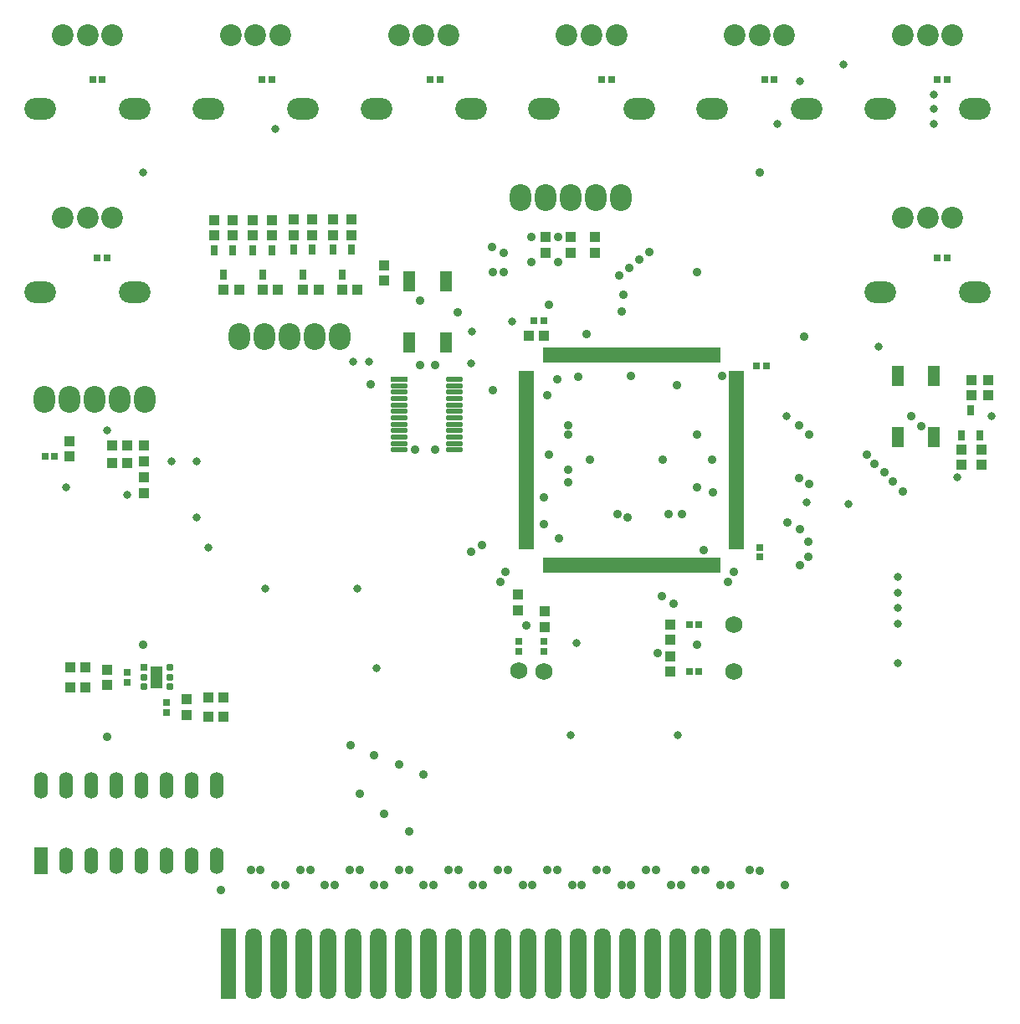
<source format=gts>
G04*
G04 #@! TF.GenerationSoftware,Altium Limited,Altium Designer,19.0.15 (446)*
G04*
G04 Layer_Color=8388736*
%FSLAX42Y42*%
%MOMM*%
G71*
G01*
G75*
%ADD13R,1.10X1.05*%
%ADD14R,0.80X1.00*%
%ADD15R,0.80X0.80*%
%ADD16R,1.55X0.52*%
%ADD17R,0.52X1.55*%
%ADD18R,1.05X1.10*%
%ADD19R,0.80X0.80*%
%ADD20R,1.80X0.50*%
%ADD21O,1.80X0.50*%
%ADD22R,1.20X2.20*%
G04:AMPARAMS|DCode=23|XSize=0.7mm|YSize=0.65mm|CornerRadius=0.21mm|HoleSize=0mm|Usage=FLASHONLY|Rotation=0.000|XOffset=0mm|YOffset=0mm|HoleType=Round|Shape=RoundedRectangle|*
%AMROUNDEDRECTD23*
21,1,0.70,0.23,0,0,0.0*
21,1,0.28,0.65,0,0,0.0*
1,1,0.43,0.14,-0.11*
1,1,0.43,-0.14,-0.11*
1,1,0.43,-0.14,0.11*
1,1,0.43,0.14,0.11*
%
%ADD23ROUNDEDRECTD23*%
%ADD24R,0.70X0.65*%
%ADD25O,1.65X7.20*%
%ADD26R,1.65X7.20*%
%ADD27R,1.30X2.00*%
%ADD28O,3.20X2.20*%
%ADD29C,2.20*%
%ADD30O,2.20X2.70*%
%ADD31C,1.73*%
%ADD32O,1.40X2.70*%
%ADD33R,1.40X2.70*%
%ADD34C,0.80*%
%ADD35C,0.90*%
D13*
X9942Y-4342D02*
D03*
Y-4497D02*
D03*
X9742D02*
D03*
Y-4342D02*
D03*
X10014Y-3791D02*
D03*
Y-3636D02*
D03*
X9842D02*
D03*
Y-3791D02*
D03*
X6800Y-6264D02*
D03*
Y-6109D02*
D03*
Y-6434D02*
D03*
Y-6589D02*
D03*
X6037Y-2194D02*
D03*
Y-2349D02*
D03*
X5787Y-2194D02*
D03*
Y-2349D02*
D03*
X5537Y-2194D02*
D03*
Y-2349D02*
D03*
X3902Y-2636D02*
D03*
Y-2481D02*
D03*
X3572Y-2173D02*
D03*
Y-2018D02*
D03*
X3382D02*
D03*
Y-2173D02*
D03*
X3174D02*
D03*
Y-2018D02*
D03*
X2984D02*
D03*
Y-2173D02*
D03*
X2765Y-2178D02*
D03*
Y-2023D02*
D03*
X2575D02*
D03*
Y-2178D02*
D03*
X2372Y-2179D02*
D03*
Y-2024D02*
D03*
X2182D02*
D03*
Y-2179D02*
D03*
X1472Y-4304D02*
D03*
Y-4459D02*
D03*
Y-4624D02*
D03*
Y-4779D02*
D03*
X714Y-4409D02*
D03*
Y-4254D02*
D03*
X1900Y-6869D02*
D03*
Y-7024D02*
D03*
X1100Y-6569D02*
D03*
Y-6724D02*
D03*
X5522Y-6134D02*
D03*
Y-5979D02*
D03*
X5252Y-5966D02*
D03*
Y-5811D02*
D03*
D14*
X9741Y-4197D02*
D03*
X9931D02*
D03*
X9836Y-3947D02*
D03*
X3572Y-2319D02*
D03*
X3382D02*
D03*
X3477Y-2569D02*
D03*
X3174Y-2319D02*
D03*
X2984D02*
D03*
X3079Y-2569D02*
D03*
X2765Y-2324D02*
D03*
X2575D02*
D03*
X2670Y-2574D02*
D03*
X2372Y-2324D02*
D03*
X2182D02*
D03*
X2277Y-2574D02*
D03*
D15*
X5267Y-6284D02*
D03*
Y-6384D02*
D03*
X5517Y-6284D02*
D03*
Y-6384D02*
D03*
X7700Y-5330D02*
D03*
Y-5430D02*
D03*
X1700Y-6997D02*
D03*
Y-6897D02*
D03*
X1300Y-6697D02*
D03*
Y-6597D02*
D03*
D16*
X5343Y-3576D02*
D03*
Y-3626D02*
D03*
Y-3676D02*
D03*
Y-3726D02*
D03*
Y-3776D02*
D03*
Y-3826D02*
D03*
Y-3876D02*
D03*
Y-3926D02*
D03*
Y-3976D02*
D03*
Y-4026D02*
D03*
Y-4076D02*
D03*
Y-4126D02*
D03*
Y-4176D02*
D03*
Y-4226D02*
D03*
Y-4276D02*
D03*
Y-4326D02*
D03*
Y-4376D02*
D03*
Y-4426D02*
D03*
Y-4476D02*
D03*
Y-4526D02*
D03*
Y-4576D02*
D03*
Y-4626D02*
D03*
Y-4676D02*
D03*
Y-4726D02*
D03*
Y-4776D02*
D03*
Y-4826D02*
D03*
Y-4876D02*
D03*
Y-4926D02*
D03*
Y-4976D02*
D03*
Y-5026D02*
D03*
Y-5076D02*
D03*
Y-5126D02*
D03*
Y-5176D02*
D03*
Y-5226D02*
D03*
Y-5276D02*
D03*
Y-5326D02*
D03*
X7469D02*
D03*
Y-5276D02*
D03*
Y-5226D02*
D03*
Y-5176D02*
D03*
Y-5126D02*
D03*
Y-5076D02*
D03*
Y-5026D02*
D03*
Y-4976D02*
D03*
Y-4926D02*
D03*
Y-4876D02*
D03*
Y-4826D02*
D03*
Y-4776D02*
D03*
Y-4726D02*
D03*
Y-4676D02*
D03*
Y-4626D02*
D03*
Y-4576D02*
D03*
Y-4526D02*
D03*
Y-4476D02*
D03*
Y-4426D02*
D03*
Y-4376D02*
D03*
Y-4326D02*
D03*
Y-4276D02*
D03*
Y-4226D02*
D03*
Y-4176D02*
D03*
Y-4126D02*
D03*
Y-4076D02*
D03*
Y-4026D02*
D03*
Y-3976D02*
D03*
Y-3926D02*
D03*
Y-3876D02*
D03*
Y-3826D02*
D03*
Y-3776D02*
D03*
Y-3726D02*
D03*
Y-3676D02*
D03*
Y-3626D02*
D03*
Y-3576D02*
D03*
D17*
X5531Y-5514D02*
D03*
X5581D02*
D03*
X5631D02*
D03*
X5681D02*
D03*
X5731D02*
D03*
X5781D02*
D03*
X5831D02*
D03*
X5881D02*
D03*
X5931D02*
D03*
X5981D02*
D03*
X6031D02*
D03*
X6081D02*
D03*
X6131D02*
D03*
X6181D02*
D03*
X6231D02*
D03*
X6281D02*
D03*
X6331D02*
D03*
X6381D02*
D03*
X6431D02*
D03*
X6481D02*
D03*
X6531D02*
D03*
X6581D02*
D03*
X6631D02*
D03*
X6681D02*
D03*
X6731D02*
D03*
X6781D02*
D03*
X6831D02*
D03*
X6881D02*
D03*
X6931D02*
D03*
X6981D02*
D03*
X7031D02*
D03*
X7081D02*
D03*
X7131D02*
D03*
X7181D02*
D03*
X7231D02*
D03*
X7281D02*
D03*
Y-3388D02*
D03*
X7231D02*
D03*
X7181D02*
D03*
X7131D02*
D03*
X7081D02*
D03*
X7031D02*
D03*
X6981D02*
D03*
X6931D02*
D03*
X6881D02*
D03*
X6831D02*
D03*
X6781D02*
D03*
X6731D02*
D03*
X6681D02*
D03*
X6631D02*
D03*
X6581D02*
D03*
X6531D02*
D03*
X6481D02*
D03*
X6431D02*
D03*
X6381D02*
D03*
X6331D02*
D03*
X6281D02*
D03*
X6231D02*
D03*
X6181D02*
D03*
X6131D02*
D03*
X6081D02*
D03*
X6031D02*
D03*
X5981D02*
D03*
X5931D02*
D03*
X5881D02*
D03*
X5831D02*
D03*
X5781D02*
D03*
X5731D02*
D03*
X5681D02*
D03*
X5631D02*
D03*
X5581D02*
D03*
X5531D02*
D03*
D18*
X5361Y-3193D02*
D03*
X5516D02*
D03*
X3632Y-2724D02*
D03*
X3477D02*
D03*
X3237D02*
D03*
X3082D02*
D03*
X2825D02*
D03*
X2670D02*
D03*
X2432D02*
D03*
X2277D02*
D03*
X1304Y-4304D02*
D03*
X1149D02*
D03*
Y-4474D02*
D03*
X1304D02*
D03*
X2277Y-7047D02*
D03*
X2123D02*
D03*
Y-6847D02*
D03*
X2277D02*
D03*
X722Y-6747D02*
D03*
X877D02*
D03*
Y-6547D02*
D03*
X722D02*
D03*
D19*
X1100Y-2400D02*
D03*
X1000D02*
D03*
X468Y-4409D02*
D03*
X568D02*
D03*
X7750Y-600D02*
D03*
X7850D02*
D03*
X950D02*
D03*
X1050D02*
D03*
X9500D02*
D03*
X9600D02*
D03*
X2667D02*
D03*
X2767D02*
D03*
X9500Y-2400D02*
D03*
X9600D02*
D03*
X4365Y-600D02*
D03*
X4465D02*
D03*
X6100D02*
D03*
X6200D02*
D03*
X7766Y-3493D02*
D03*
X7666D02*
D03*
X5416Y-3038D02*
D03*
X5516D02*
D03*
X7088Y-6109D02*
D03*
X6988D02*
D03*
X7088Y-6589D02*
D03*
X6988D02*
D03*
D20*
X4055Y-3631D02*
D03*
D21*
Y-3696D02*
D03*
Y-3761D02*
D03*
Y-3826D02*
D03*
Y-3891D02*
D03*
Y-3956D02*
D03*
Y-4021D02*
D03*
Y-4086D02*
D03*
Y-4151D02*
D03*
Y-4216D02*
D03*
Y-4281D02*
D03*
Y-4346D02*
D03*
X4615Y-3631D02*
D03*
Y-3696D02*
D03*
Y-3761D02*
D03*
Y-3826D02*
D03*
Y-3891D02*
D03*
Y-3956D02*
D03*
Y-4021D02*
D03*
Y-4086D02*
D03*
Y-4151D02*
D03*
Y-4216D02*
D03*
Y-4281D02*
D03*
Y-4346D02*
D03*
D22*
X1600Y-6647D02*
D03*
D23*
X1730Y-6737D02*
D03*
Y-6642D02*
D03*
Y-6547D02*
D03*
X1470Y-6737D02*
D03*
Y-6642D02*
D03*
D24*
Y-6547D02*
D03*
D25*
X2832Y-9544D02*
D03*
X3842D02*
D03*
X4852D02*
D03*
X2579D02*
D03*
X3589D02*
D03*
X3337D02*
D03*
X4347D02*
D03*
X4094D02*
D03*
X5357D02*
D03*
X5104D02*
D03*
X6114D02*
D03*
X5862D02*
D03*
X5609D02*
D03*
X6872D02*
D03*
X6619D02*
D03*
X7629D02*
D03*
X7377D02*
D03*
X4599D02*
D03*
X3084D02*
D03*
X7124D02*
D03*
X6367D02*
D03*
D26*
X2327D02*
D03*
X7882D02*
D03*
D27*
X9097Y-3594D02*
D03*
X9467D02*
D03*
X9097Y-4214D02*
D03*
X9467D02*
D03*
X4528Y-3259D02*
D03*
X4158D02*
D03*
X4528Y-2639D02*
D03*
X4158D02*
D03*
D28*
X8920Y-900D02*
D03*
X9880D02*
D03*
X7220D02*
D03*
X8180D02*
D03*
X5520Y-900D02*
D03*
X6480D02*
D03*
X3820Y-900D02*
D03*
X4780D02*
D03*
X2120Y-900D02*
D03*
X3080D02*
D03*
X420D02*
D03*
X1380D02*
D03*
X1380Y-2750D02*
D03*
X420D02*
D03*
X9880D02*
D03*
X8920D02*
D03*
D29*
X9150Y-150D02*
D03*
X9650D02*
D03*
X9400D02*
D03*
X7450D02*
D03*
X7950D02*
D03*
X7700D02*
D03*
X5750Y-150D02*
D03*
X6250D02*
D03*
X6000D02*
D03*
X4050Y-150D02*
D03*
X4550D02*
D03*
X4300D02*
D03*
X2350Y-150D02*
D03*
X2850D02*
D03*
X2600D02*
D03*
X650D02*
D03*
X1150D02*
D03*
X900D02*
D03*
X900Y-2000D02*
D03*
X1150D02*
D03*
X650D02*
D03*
X9400D02*
D03*
X9650D02*
D03*
X9150D02*
D03*
D30*
X5279Y-1794D02*
D03*
X5787D02*
D03*
X6041D02*
D03*
X6295D02*
D03*
X5533D02*
D03*
X2432Y-3197D02*
D03*
X2940D02*
D03*
X3194D02*
D03*
X3448D02*
D03*
X2686D02*
D03*
X1222Y-3833D02*
D03*
X460D02*
D03*
X714D02*
D03*
X968D02*
D03*
X1476D02*
D03*
D31*
X7438Y-6109D02*
D03*
Y-6589D02*
D03*
X5267Y-6579D02*
D03*
X5517Y-6584D02*
D03*
D32*
X2208Y-7738D02*
D03*
X1954D02*
D03*
X1700D02*
D03*
X1446D02*
D03*
X2208Y-8500D02*
D03*
X1954D02*
D03*
X1700D02*
D03*
X1446D02*
D03*
X684D02*
D03*
X938D02*
D03*
X1192D02*
D03*
X430Y-7738D02*
D03*
X684D02*
D03*
X938D02*
D03*
X1192D02*
D03*
D33*
X430Y-8500D02*
D03*
D34*
X7882Y-1050D02*
D03*
X9467Y-750D02*
D03*
Y-900D02*
D03*
Y-1050D02*
D03*
X1750Y-4459D02*
D03*
X2000D02*
D03*
X3589Y-3450D02*
D03*
X4792Y-3150D02*
D03*
X5200Y-3050D02*
D03*
X1100Y-4150D02*
D03*
X2000Y-5026D02*
D03*
X3750Y-3450D02*
D03*
X4777Y-3471D02*
D03*
X10050Y-4004D02*
D03*
X9101Y-6500D02*
D03*
X6872Y-7233D02*
D03*
X5787Y-7232D02*
D03*
X3820Y-6550D02*
D03*
X684Y-4722D02*
D03*
X2123Y-5330D02*
D03*
X2700Y-5750D02*
D03*
X3632D02*
D03*
X5850Y-6300D02*
D03*
X9097Y-6100D02*
D03*
X8550Y-450D02*
D03*
X9100Y-5943D02*
D03*
X8110Y-617D02*
D03*
X9100Y-5793D02*
D03*
X9101Y-5628D02*
D03*
X7973Y-4004D02*
D03*
X8180Y-4876D02*
D03*
X8900Y-3300D02*
D03*
X8600Y-4893D02*
D03*
X2802Y-1100D02*
D03*
X1462Y-1540D02*
D03*
X1300Y-4800D02*
D03*
X9700Y-4626D02*
D03*
D35*
X7377Y-5680D02*
D03*
X7438Y-5580D02*
D03*
X6831Y-5900D02*
D03*
X5566Y-2874D02*
D03*
X7066Y-2550D02*
D03*
X3652Y-7824D02*
D03*
X5130Y-5580D02*
D03*
X5080Y-5680D02*
D03*
X6281Y-2584D02*
D03*
X1462Y-6318D02*
D03*
X4992Y-2290D02*
D03*
X5110Y-2350D02*
D03*
Y-2550D02*
D03*
X5000D02*
D03*
X3562Y-7334D02*
D03*
X7980Y-5080D02*
D03*
X8110Y-5150D02*
D03*
X8190Y-5270D02*
D03*
Y-5430D02*
D03*
X8110Y-5514D02*
D03*
X4782Y-5374D02*
D03*
X8200Y-4690D02*
D03*
X8102Y-4630D02*
D03*
X8200Y-4193D02*
D03*
X8102Y-4100D02*
D03*
X8150Y-3197D02*
D03*
X7700Y-1540D02*
D03*
X1100Y-7250D02*
D03*
X5552Y-3794D02*
D03*
X6402Y-3594D02*
D03*
X7322D02*
D03*
X3762Y-3684D02*
D03*
X3802Y-7431D02*
D03*
X4152Y-8204D02*
D03*
X4302Y-7624D02*
D03*
X4052Y-7527D02*
D03*
X5952Y-3174D02*
D03*
X5662Y-2444D02*
D03*
Y-2194D02*
D03*
X5392Y-2444D02*
D03*
Y-2194D02*
D03*
X4262Y-2834D02*
D03*
X5342Y-6124D02*
D03*
X7066Y-6318D02*
D03*
X6712Y-5824D02*
D03*
X6672Y-6404D02*
D03*
X5002Y-3744D02*
D03*
X4892Y-5304D02*
D03*
X3402Y-8744D02*
D03*
X3302D02*
D03*
X6302Y-2944D02*
D03*
X6322Y-2774D02*
D03*
X6381Y-2504D02*
D03*
X6482Y-2424D02*
D03*
X6581Y-2344D02*
D03*
X9152Y-4764D02*
D03*
X9052Y-4664D02*
D03*
X8962Y-4570D02*
D03*
X8862Y-4484D02*
D03*
X8782Y-4391D02*
D03*
X3902Y-8024D02*
D03*
X4552Y-8594D02*
D03*
X4652D02*
D03*
X7702Y-8599D02*
D03*
X7602Y-8594D02*
D03*
X5981Y-4443D02*
D03*
X5566Y-4393D02*
D03*
X5516Y-4826D02*
D03*
X6716Y-4443D02*
D03*
X7216D02*
D03*
X7231Y-4776D02*
D03*
X5516Y-5093D02*
D03*
X7131Y-5356D02*
D03*
X5866Y-3608D02*
D03*
X5649Y-3633D02*
D03*
X6866Y-3693D02*
D03*
X7066Y-4193D02*
D03*
Y-4726D02*
D03*
X6781Y-4993D02*
D03*
X6916Y-4993D02*
D03*
X6366Y-5026D02*
D03*
X6266Y-4993D02*
D03*
X5666Y-5241D02*
D03*
X5766Y-4676D02*
D03*
Y-4543D02*
D03*
Y-4193D02*
D03*
Y-4093D02*
D03*
X2649Y-8594D02*
D03*
X2552D02*
D03*
X7402Y-8744D02*
D03*
X7302D02*
D03*
X7152Y-8594D02*
D03*
X7052D02*
D03*
X6902Y-8744D02*
D03*
X6802D02*
D03*
X6652Y-8594D02*
D03*
X6552D02*
D03*
X6402Y-8744D02*
D03*
X6302D02*
D03*
X6152Y-8594D02*
D03*
X6052D02*
D03*
X5902Y-8744D02*
D03*
X5802D02*
D03*
X5652Y-8594D02*
D03*
X5552D02*
D03*
X5402Y-8744D02*
D03*
X5302D02*
D03*
X5152Y-8594D02*
D03*
X5052D02*
D03*
X4902Y-8744D02*
D03*
X4802D02*
D03*
X7952D02*
D03*
X2252Y-8794D02*
D03*
X4302Y-8744D02*
D03*
X2802D02*
D03*
X3052Y-8594D02*
D03*
X3552D02*
D03*
X3802Y-8744D02*
D03*
X4052Y-8594D02*
D03*
X4402Y-8744D02*
D03*
X9332Y-4104D02*
D03*
X9232Y-4004D02*
D03*
X4643Y-2954D02*
D03*
X4215Y-4341D02*
D03*
X4415D02*
D03*
Y-3491D02*
D03*
X4265D02*
D03*
X4152Y-8594D02*
D03*
X3902Y-8744D02*
D03*
X3652Y-8594D02*
D03*
X3152D02*
D03*
X2902Y-8744D02*
D03*
M02*

</source>
